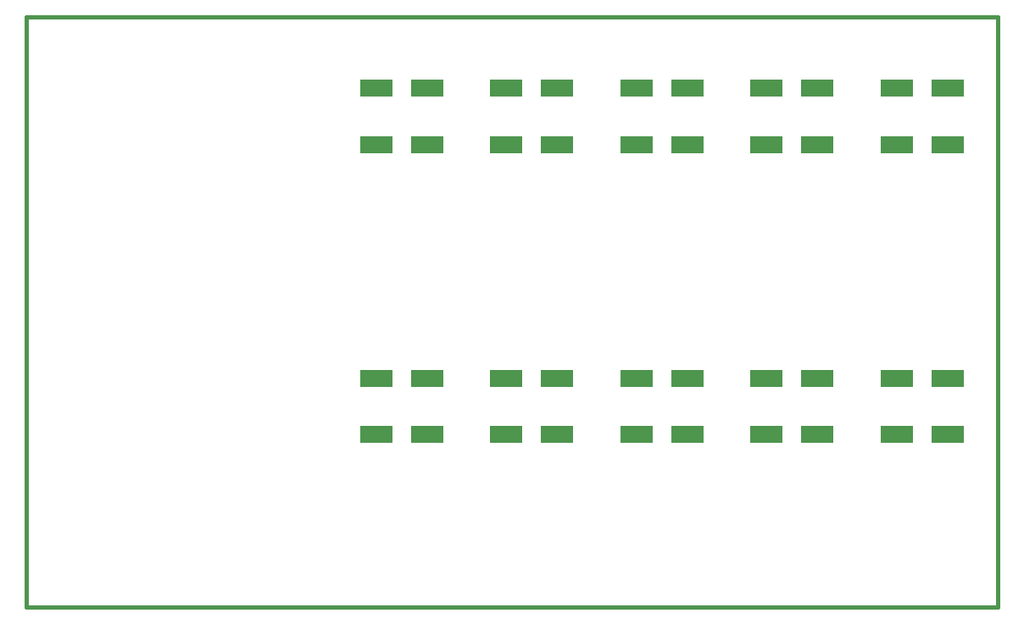
<source format=gtp>
G75*
%MOIN*%
%OFA0B0*%
%FSLAX24Y24*%
%IPPOS*%
%LPD*%
%AMOC8*
5,1,8,0,0,1.08239X$1,22.5*
%
%ADD10C,0.0160*%
%ADD11R,0.1260X0.0709*%
D10*
X000180Y000180D02*
X038369Y000180D01*
X038369Y023408D01*
X000180Y023408D01*
X000180Y000180D01*
D11*
X013934Y006979D03*
X015934Y006979D03*
X019052Y006979D03*
X021052Y006979D03*
X024170Y006979D03*
X026170Y006979D03*
X029288Y006979D03*
X031288Y006979D03*
X034406Y006979D03*
X036406Y006979D03*
X036406Y009184D03*
X034406Y009184D03*
X031288Y009184D03*
X029288Y009184D03*
X026170Y009184D03*
X024170Y009184D03*
X021052Y009184D03*
X019052Y009184D03*
X015934Y009184D03*
X013934Y009184D03*
X013934Y018397D03*
X015934Y018397D03*
X019052Y018397D03*
X021052Y018397D03*
X024170Y018397D03*
X026170Y018397D03*
X029288Y018397D03*
X031288Y018397D03*
X034406Y018397D03*
X036406Y018397D03*
X036406Y020601D03*
X034406Y020601D03*
X031288Y020601D03*
X029288Y020601D03*
X026170Y020601D03*
X024170Y020601D03*
X021052Y020601D03*
X019052Y020601D03*
X015934Y020601D03*
X013934Y020601D03*
M02*

</source>
